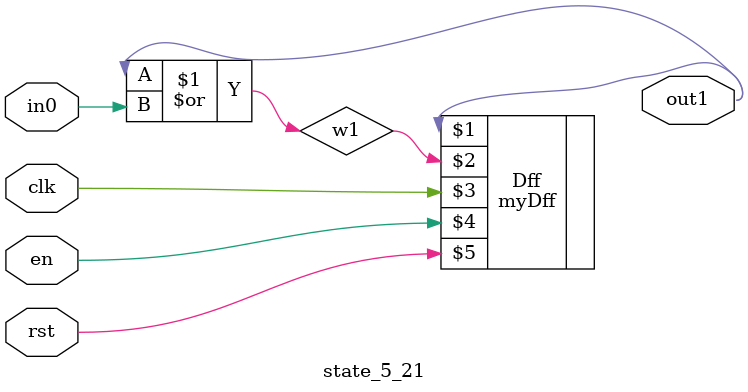
<source format=v>
module engine_5(out,clk,sod,en, in_5_0, in_5_1, in_5_2, in_5_3, in_5_4, in_5_10, in_5_12, in_5_16, in_5_18, in_5_20, in_5_23, in_5_26, in_5_28, in_5_31, in_5_32, in_5_33);
//pcre: /\x2F°m°a°r°t°u°z°\x2E°c°n°\x2F°v°i°d°\x2F°\x3F°i°d°\x3D°\d+/smi
//block char: a[0], d[1], v[2], n[3], c[4], r[10], t[12], m[16], i[18], u[20], \x2E[23], \x2F[26], \x3F[28], z[31], \x3D[32], \d[33], 

	input clk,sod,en;

	input in_5_0, in_5_1, in_5_2, in_5_3, in_5_4, in_5_10, in_5_12, in_5_16, in_5_18, in_5_20, in_5_23, in_5_26, in_5_28, in_5_31, in_5_32, in_5_33;
	output out;


	state_5_0 St_0 (y1,1'b0,clk,en,sod);
	assign w0 = ~y1;
	state_5_1 BS_5_1 (w1,in_5_26,clk,en,sod,w0);
	state_5_2 BS_5_2 (w2,in_5_16,clk,en,sod,w1);
	state_5_3 BS_5_3 (w3,in_5_0,clk,en,sod,w2);
	state_5_4 BS_5_4 (w4,in_5_10,clk,en,sod,w3);
	state_5_5 BS_5_5 (w5,in_5_12,clk,en,sod,w4);
	state_5_6 BS_5_6 (w6,in_5_20,clk,en,sod,w5);
	state_5_7 BS_5_7 (w7,in_5_31,clk,en,sod,w6);
	state_5_8 BS_5_8 (w8,in_5_23,clk,en,sod,w7);
	state_5_9 BS_5_9 (w9,in_5_4,clk,en,sod,w8);
	state_5_10 BS_5_10 (w10,in_5_3,clk,en,sod,w9);
	state_5_11 BS_5_11 (w11,in_5_26,clk,en,sod,w10);
	state_5_12 BS_5_12 (w12,in_5_2,clk,en,sod,w11);
	state_5_13 BS_5_13 (w13,in_5_18,clk,en,sod,w12);
	state_5_14 BS_5_14 (w14,in_5_1,clk,en,sod,w13);
	state_5_15 BS_5_15 (w15,in_5_26,clk,en,sod,w14);
	state_5_16 BS_5_16 (w16,in_5_28,clk,en,sod,w15);
	state_5_17 BS_5_17 (w17,in_5_18,clk,en,sod,w16);
	state_5_18 BS_5_18 (w18,in_5_1,clk,en,sod,w17);
	state_5_19 BS_5_19 (w19,in_5_32,clk,en,sod,w18);
	state_5_20 BS_5_20 (w20,in_5_33,clk,en,sod,w20,w19);
	state_5_21 BS_5_21 (out,clk,en,sod,w20);
endmodule

module state_5_0(out1,in1,clk,en,rst);
	input in1,clk,rst,en;
	output out1;
	myDff Dff (out1,in1,clk,en,rst);
endmodule

module state_5_1(out1,in_char,clk,en,rst,in0);
	input in_char,clk,en,rst,in0;
	output out1;
	wire w1,w2;
	assign w1 = in0; 
	and(w2,in_char,w1);
	myDff Dff (out1,w2,clk,en,rst);
endmodule

module state_5_2(out1,in_char,clk,en,rst,in0);
	input in_char,clk,en,rst,in0;
	output out1;
	wire w1,w2;
	assign w1 = in0; 
	and(w2,in_char,w1);
	myDff Dff (out1,w2,clk,en,rst);
endmodule

module state_5_3(out1,in_char,clk,en,rst,in0);
	input in_char,clk,en,rst,in0;
	output out1;
	wire w1,w2;
	assign w1 = in0; 
	and(w2,in_char,w1);
	myDff Dff (out1,w2,clk,en,rst);
endmodule

module state_5_4(out1,in_char,clk,en,rst,in0);
	input in_char,clk,en,rst,in0;
	output out1;
	wire w1,w2;
	assign w1 = in0; 
	and(w2,in_char,w1);
	myDff Dff (out1,w2,clk,en,rst);
endmodule

module state_5_5(out1,in_char,clk,en,rst,in0);
	input in_char,clk,en,rst,in0;
	output out1;
	wire w1,w2;
	assign w1 = in0; 
	and(w2,in_char,w1);
	myDff Dff (out1,w2,clk,en,rst);
endmodule

module state_5_6(out1,in_char,clk,en,rst,in0);
	input in_char,clk,en,rst,in0;
	output out1;
	wire w1,w2;
	assign w1 = in0; 
	and(w2,in_char,w1);
	myDff Dff (out1,w2,clk,en,rst);
endmodule

module state_5_7(out1,in_char,clk,en,rst,in0);
	input in_char,clk,en,rst,in0;
	output out1;
	wire w1,w2;
	assign w1 = in0; 
	and(w2,in_char,w1);
	myDff Dff (out1,w2,clk,en,rst);
endmodule

module state_5_8(out1,in_char,clk,en,rst,in0);
	input in_char,clk,en,rst,in0;
	output out1;
	wire w1,w2;
	assign w1 = in0; 
	and(w2,in_char,w1);
	myDff Dff (out1,w2,clk,en,rst);
endmodule

module state_5_9(out1,in_char,clk,en,rst,in0);
	input in_char,clk,en,rst,in0;
	output out1;
	wire w1,w2;
	assign w1 = in0; 
	and(w2,in_char,w1);
	myDff Dff (out1,w2,clk,en,rst);
endmodule

module state_5_10(out1,in_char,clk,en,rst,in0);
	input in_char,clk,en,rst,in0;
	output out1;
	wire w1,w2;
	assign w1 = in0; 
	and(w2,in_char,w1);
	myDff Dff (out1,w2,clk,en,rst);
endmodule

module state_5_11(out1,in_char,clk,en,rst,in0);
	input in_char,clk,en,rst,in0;
	output out1;
	wire w1,w2;
	assign w1 = in0; 
	and(w2,in_char,w1);
	myDff Dff (out1,w2,clk,en,rst);
endmodule

module state_5_12(out1,in_char,clk,en,rst,in0);
	input in_char,clk,en,rst,in0;
	output out1;
	wire w1,w2;
	assign w1 = in0; 
	and(w2,in_char,w1);
	myDff Dff (out1,w2,clk,en,rst);
endmodule

module state_5_13(out1,in_char,clk,en,rst,in0);
	input in_char,clk,en,rst,in0;
	output out1;
	wire w1,w2;
	assign w1 = in0; 
	and(w2,in_char,w1);
	myDff Dff (out1,w2,clk,en,rst);
endmodule

module state_5_14(out1,in_char,clk,en,rst,in0);
	input in_char,clk,en,rst,in0;
	output out1;
	wire w1,w2;
	assign w1 = in0; 
	and(w2,in_char,w1);
	myDff Dff (out1,w2,clk,en,rst);
endmodule

module state_5_15(out1,in_char,clk,en,rst,in0);
	input in_char,clk,en,rst,in0;
	output out1;
	wire w1,w2;
	assign w1 = in0; 
	and(w2,in_char,w1);
	myDff Dff (out1,w2,clk,en,rst);
endmodule

module state_5_16(out1,in_char,clk,en,rst,in0);
	input in_char,clk,en,rst,in0;
	output out1;
	wire w1,w2;
	assign w1 = in0; 
	and(w2,in_char,w1);
	myDff Dff (out1,w2,clk,en,rst);
endmodule

module state_5_17(out1,in_char,clk,en,rst,in0);
	input in_char,clk,en,rst,in0;
	output out1;
	wire w1,w2;
	assign w1 = in0; 
	and(w2,in_char,w1);
	myDff Dff (out1,w2,clk,en,rst);
endmodule

module state_5_18(out1,in_char,clk,en,rst,in0);
	input in_char,clk,en,rst,in0;
	output out1;
	wire w1,w2;
	assign w1 = in0; 
	and(w2,in_char,w1);
	myDff Dff (out1,w2,clk,en,rst);
endmodule

module state_5_19(out1,in_char,clk,en,rst,in0);
	input in_char,clk,en,rst,in0;
	output out1;
	wire w1,w2;
	assign w1 = in0; 
	and(w2,in_char,w1);
	myDff Dff (out1,w2,clk,en,rst);
endmodule

module state_5_20(out1,in_char,clk,en,rst,in0,in1);
	input in_char,clk,en,rst,in0,in1;
	output out1;
	wire w1,w2;
	or(w1,in0,in1);
	and(w2,in_char,w1);
	myDff Dff (out1,w2,clk,en,rst);
endmodule

module state_5_21(out1,clk,en,rst,in0);
	input clk,rst,en,in0;
	output out1;
	wire w1;
	or(w1,out1,in0);
	myDff Dff (out1,w1,clk,en,rst);
endmodule


</source>
